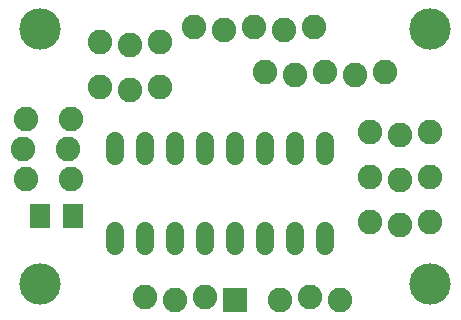
<source format=gts>
G75*
%MOIN*%
%OFA0B0*%
%FSLAX25Y25*%
%IPPOS*%
%LPD*%
%AMOC8*
5,1,8,0,0,1.08239X$1,22.5*
%
%ADD10C,0.08200*%
%ADD11R,0.08200X0.08200*%
%ADD12C,0.13800*%
%ADD13C,0.06000*%
%ADD14R,0.07099X0.07887*%
D10*
X0493833Y0051000D03*
X0508833Y0051000D03*
X0507833Y0061000D03*
X0492833Y0061000D03*
X0493833Y0071000D03*
X0508833Y0071000D03*
X0528333Y0080500D03*
X0538333Y0081500D03*
X0518333Y0081500D03*
X0573333Y0086500D03*
X0583333Y0085500D03*
X0593333Y0086500D03*
X0603333Y0085500D03*
X0613333Y0086500D03*
X0579833Y0100500D03*
X0589833Y0101500D03*
X0569833Y0101500D03*
X0559833Y0100500D03*
X0549833Y0101500D03*
X0538333Y0096500D03*
X0528333Y0095500D03*
X0518333Y0096500D03*
X0608333Y0066500D03*
X0618333Y0065500D03*
X0628333Y0066500D03*
X0628333Y0051500D03*
X0618333Y0050500D03*
X0608333Y0051500D03*
X0608333Y0036500D03*
X0618333Y0035500D03*
X0628333Y0036500D03*
X0588333Y0011500D03*
X0578333Y0010500D03*
X0553333Y0011500D03*
X0543333Y0010500D03*
X0533333Y0011500D03*
X0598333Y0010500D03*
D11*
X0563333Y0010500D03*
D12*
X0498333Y0016000D03*
X0628333Y0016000D03*
X0628333Y0101000D03*
X0498333Y0101000D03*
D13*
X0523333Y0063600D02*
X0523333Y0058400D01*
X0533333Y0058400D02*
X0533333Y0063600D01*
X0543333Y0063600D02*
X0543333Y0058400D01*
X0553333Y0058400D02*
X0553333Y0063600D01*
X0563333Y0063600D02*
X0563333Y0058400D01*
X0573333Y0058400D02*
X0573333Y0063600D01*
X0583333Y0063600D02*
X0583333Y0058400D01*
X0593333Y0058400D02*
X0593333Y0063600D01*
X0593333Y0033600D02*
X0593333Y0028400D01*
X0583333Y0028400D02*
X0583333Y0033600D01*
X0573333Y0033600D02*
X0573333Y0028400D01*
X0563333Y0028400D02*
X0563333Y0033600D01*
X0553333Y0033600D02*
X0553333Y0028400D01*
X0543333Y0028400D02*
X0543333Y0033600D01*
X0533333Y0033600D02*
X0533333Y0028400D01*
X0523333Y0028400D02*
X0523333Y0033600D01*
D14*
X0509345Y0038500D03*
X0498322Y0038500D03*
M02*

</source>
